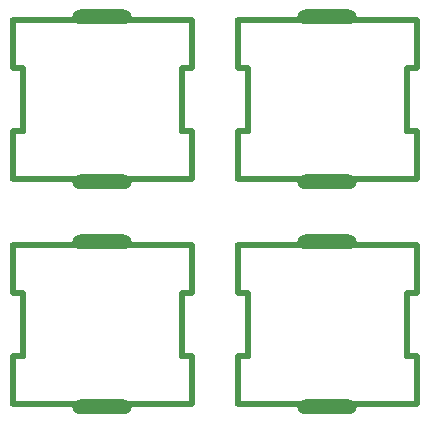
<source format=gbr>
%TF.GenerationSoftware,KiCad,Pcbnew,(5.1.6-0-10_14)*%
%TF.CreationDate,2021-11-12T16:00:31+01:00*%
%TF.ProjectId,Mech50-plate,4d656368-3530-42d7-906c-6174652e6b69,rev?*%
%TF.SameCoordinates,Original*%
%TF.FileFunction,Soldermask,Top*%
%TF.FilePolarity,Negative*%
%FSLAX46Y46*%
G04 Gerber Fmt 4.6, Leading zero omitted, Abs format (unit mm)*
G04 Created by KiCad (PCBNEW (5.1.6-0-10_14)) date 2021-11-12 16:00:31*
%MOMM*%
%LPD*%
G01*
G04 APERTURE LIST*
%ADD10O,1.333500X0.508000*%
%ADD11O,5.080000X1.270000*%
%ADD12O,0.508000X5.842000*%
%ADD13O,0.508000X4.572000*%
%ADD14O,15.595600X0.508000*%
G04 APERTURE END LIST*
D10*
%TO.C,S-A1*%
X267493750Y-203327000D03*
X253206250Y-203327000D03*
X267493750Y-197993000D03*
X253206250Y-197993000D03*
D11*
X260350000Y-207645000D03*
X260350000Y-193675000D03*
D12*
X253619000Y-200660000D03*
X267081000Y-200660000D03*
D13*
X252793500Y-205359000D03*
X267906500Y-205359000D03*
X267906500Y-195961000D03*
X252793500Y-195961000D03*
D14*
X260350000Y-207391000D03*
X260350000Y-193929000D03*
%TD*%
%TO.C,S-A1*%
X241300000Y-193929000D03*
X241300000Y-207391000D03*
D13*
X233743500Y-195961000D03*
X248856500Y-195961000D03*
X248856500Y-205359000D03*
X233743500Y-205359000D03*
D12*
X248031000Y-200660000D03*
X234569000Y-200660000D03*
D11*
X241300000Y-193675000D03*
X241300000Y-207645000D03*
D10*
X234156250Y-197993000D03*
X248443750Y-197993000D03*
X234156250Y-203327000D03*
X248443750Y-203327000D03*
%TD*%
D14*
%TO.C,S-A1*%
X260350000Y-174879000D03*
X260350000Y-188341000D03*
D13*
X252793500Y-176911000D03*
X267906500Y-176911000D03*
X267906500Y-186309000D03*
X252793500Y-186309000D03*
D12*
X267081000Y-181610000D03*
X253619000Y-181610000D03*
D11*
X260350000Y-174625000D03*
X260350000Y-188595000D03*
D10*
X253206250Y-178943000D03*
X267493750Y-178943000D03*
X253206250Y-184277000D03*
X267493750Y-184277000D03*
%TD*%
%TO.C,S-A1*%
X248443750Y-184277000D03*
X234156250Y-184277000D03*
X248443750Y-178943000D03*
X234156250Y-178943000D03*
D11*
X241300000Y-188595000D03*
X241300000Y-174625000D03*
D12*
X234569000Y-181610000D03*
X248031000Y-181610000D03*
D13*
X233743500Y-186309000D03*
X248856500Y-186309000D03*
X248856500Y-176911000D03*
X233743500Y-176911000D03*
D14*
X241300000Y-188341000D03*
X241300000Y-174879000D03*
%TD*%
M02*

</source>
